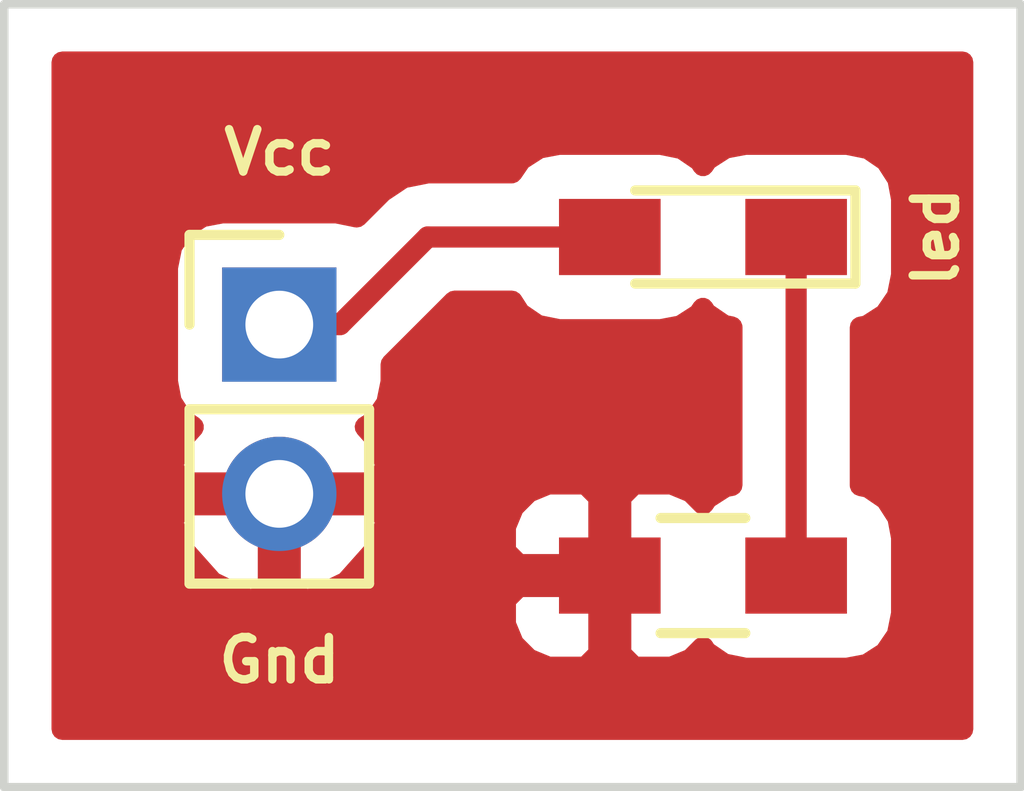
<source format=kicad_pcb>
(kicad_pcb (version 4) (host pcbnew 4.0.7-e2-6376~58~ubuntu16.04.1)

  (general
    (links 3)
    (no_connects 0)
    (area 154.699999 87.949999 166.800001 97.300001)
    (thickness 1.6)
    (drawings 6)
    (tracks 4)
    (zones 0)
    (modules 3)
    (nets 4)
  )

  (page A4)
  (layers
    (0 F.Cu signal)
    (31 B.Cu signal)
    (32 B.Adhes user)
    (33 F.Adhes user)
    (34 B.Paste user)
    (35 F.Paste user)
    (36 B.SilkS user)
    (37 F.SilkS user)
    (38 B.Mask user)
    (39 F.Mask user)
    (40 Dwgs.User user)
    (41 Cmts.User user)
    (42 Eco1.User user)
    (43 Eco2.User user)
    (44 Edge.Cuts user)
    (45 Margin user)
    (46 B.CrtYd user)
    (47 F.CrtYd user)
    (48 B.Fab user)
    (49 F.Fab user)
  )

  (setup
    (last_trace_width 0.25)
    (trace_clearance 0.2)
    (zone_clearance 0.508)
    (zone_45_only no)
    (trace_min 0.2)
    (segment_width 0.2)
    (edge_width 0.1)
    (via_size 0.6)
    (via_drill 0.4)
    (via_min_size 0.4)
    (via_min_drill 0.3)
    (uvia_size 0.3)
    (uvia_drill 0.1)
    (uvias_allowed no)
    (uvia_min_size 0.2)
    (uvia_min_drill 0.1)
    (pcb_text_width 0.3)
    (pcb_text_size 1.5 1.5)
    (mod_edge_width 0.15)
    (mod_text_size 1 1)
    (mod_text_width 0.15)
    (pad_size 1.5 1.5)
    (pad_drill 0.6)
    (pad_to_mask_clearance 0)
    (aux_axis_origin 0 0)
    (visible_elements FFFFFF7F)
    (pcbplotparams
      (layerselection 0x00030_80000001)
      (usegerberextensions false)
      (excludeedgelayer true)
      (linewidth 0.100000)
      (plotframeref false)
      (viasonmask false)
      (mode 1)
      (useauxorigin false)
      (hpglpennumber 1)
      (hpglpenspeed 20)
      (hpglpendiameter 15)
      (hpglpenoverlay 2)
      (psnegative false)
      (psa4output false)
      (plotreference true)
      (plotvalue true)
      (plotinvisibletext false)
      (padsonsilk false)
      (subtractmaskfromsilk false)
      (outputformat 1)
      (mirror false)
      (drillshape 1)
      (scaleselection 1)
      (outputdirectory ""))
  )

  (net 0 "")
  (net 1 "Net-(D1-Pad1)")
  (net 2 VCC)
  (net 3 GND)

  (net_class Default "This is the default net class."
    (clearance 0.2)
    (trace_width 0.25)
    (via_dia 0.6)
    (via_drill 0.4)
    (uvia_dia 0.3)
    (uvia_drill 0.1)
    (add_net GND)
    (add_net "Net-(D1-Pad1)")
    (add_net VCC)
  )

  (module LEDs:LED_0603_HandSoldering (layer F.Cu) (tedit 59FF17AD) (tstamp 59FF252A)
    (at 163 90.75 180)
    (descr "LED SMD 0603, hand soldering")
    (tags "LED 0603")
    (path /59FF13BA)
    (attr smd)
    (fp_text reference led (at -2.75 0 270) (layer F.SilkS)
      (effects (font (size 0.5 0.5) (thickness 0.1)))
    )
    (fp_text value LED (at 0 1.55 270) (layer F.Fab) hide
      (effects (font (size 1 1) (thickness 0.15)))
    )
    (fp_line (start -1.8 -0.55) (end -1.8 0.55) (layer F.SilkS) (width 0.12))
    (fp_line (start -0.2 -0.2) (end -0.2 0.2) (layer F.Fab) (width 0.1))
    (fp_line (start -0.15 0) (end 0.15 -0.2) (layer F.Fab) (width 0.1))
    (fp_line (start 0.15 0.2) (end -0.15 0) (layer F.Fab) (width 0.1))
    (fp_line (start 0.15 -0.2) (end 0.15 0.2) (layer F.Fab) (width 0.1))
    (fp_line (start 0.8 0.4) (end -0.8 0.4) (layer F.Fab) (width 0.1))
    (fp_line (start 0.8 -0.4) (end 0.8 0.4) (layer F.Fab) (width 0.1))
    (fp_line (start -0.8 -0.4) (end 0.8 -0.4) (layer F.Fab) (width 0.1))
    (fp_line (start -1.8 0.55) (end 0.8 0.55) (layer F.SilkS) (width 0.12))
    (fp_line (start -1.8 -0.55) (end 0.8 -0.55) (layer F.SilkS) (width 0.12))
    (fp_line (start -1.96 -0.7) (end 1.95 -0.7) (layer F.CrtYd) (width 0.05))
    (fp_line (start -1.96 -0.7) (end -1.96 0.7) (layer F.CrtYd) (width 0.05))
    (fp_line (start 1.95 0.7) (end 1.95 -0.7) (layer F.CrtYd) (width 0.05))
    (fp_line (start 1.95 0.7) (end -1.96 0.7) (layer F.CrtYd) (width 0.05))
    (fp_line (start -0.8 -0.4) (end -0.8 0.4) (layer F.Fab) (width 0.1))
    (pad 1 smd rect (at -1.1 0 180) (size 1.2 0.9) (layers F.Cu F.Paste F.Mask)
      (net 1 "Net-(D1-Pad1)"))
    (pad 2 smd rect (at 1.1 0 180) (size 1.2 0.9) (layers F.Cu F.Paste F.Mask)
      (net 2 VCC))
    (model ${KISYS3DMOD}/LEDs.3dshapes/LED_0603.wrl
      (at (xyz 0 0 0))
      (scale (xyz 1 1 1))
      (rotate (xyz 0 0 180))
    )
  )

  (module Pin_Headers:Pin_Header_Straight_1x02_Pitch2.00mm (layer F.Cu) (tedit 59FF17CB) (tstamp 59FF2530)
    (at 157.997619 91.785)
    (descr "Through hole straight pin header, 1x02, 2.00mm pitch, single row")
    (tags "Through hole pin header THT 1x02 2.00mm single row")
    (path /59FF1494)
    (fp_text reference J1 (at 0 -2.06) (layer F.SilkS) hide
      (effects (font (size 1 1) (thickness 0.15)))
    )
    (fp_text value Conn_01x02 (at 0 4.06) (layer F.Fab) hide
      (effects (font (size 1 1) (thickness 0.15)))
    )
    (fp_line (start -0.5 -1) (end 1 -1) (layer F.Fab) (width 0.1))
    (fp_line (start 1 -1) (end 1 3) (layer F.Fab) (width 0.1))
    (fp_line (start 1 3) (end -1 3) (layer F.Fab) (width 0.1))
    (fp_line (start -1 3) (end -1 -0.5) (layer F.Fab) (width 0.1))
    (fp_line (start -1 -0.5) (end -0.5 -1) (layer F.Fab) (width 0.1))
    (fp_line (start -1.06 3.06) (end 1.06 3.06) (layer F.SilkS) (width 0.12))
    (fp_line (start -1.06 1) (end -1.06 3.06) (layer F.SilkS) (width 0.12))
    (fp_line (start 1.06 1) (end 1.06 3.06) (layer F.SilkS) (width 0.12))
    (fp_line (start -1.06 1) (end 1.06 1) (layer F.SilkS) (width 0.12))
    (fp_line (start -1.06 0) (end -1.06 -1.06) (layer F.SilkS) (width 0.12))
    (fp_line (start -1.06 -1.06) (end 0 -1.06) (layer F.SilkS) (width 0.12))
    (fp_line (start -1.5 -1.5) (end -1.5 3.5) (layer F.CrtYd) (width 0.05))
    (fp_line (start -1.5 3.5) (end 1.5 3.5) (layer F.CrtYd) (width 0.05))
    (fp_line (start 1.5 3.5) (end 1.5 -1.5) (layer F.CrtYd) (width 0.05))
    (fp_line (start 1.5 -1.5) (end -1.5 -1.5) (layer F.CrtYd) (width 0.05))
    (fp_text user %R (at 0 1 90) (layer F.Fab) hide
      (effects (font (size 1 1) (thickness 0.15)))
    )
    (pad 1 thru_hole rect (at 0 0) (size 1.35 1.35) (drill 0.8) (layers *.Cu *.Mask)
      (net 2 VCC))
    (pad 2 thru_hole oval (at 0 2) (size 1.35 1.35) (drill 0.8) (layers *.Cu *.Mask)
      (net 3 GND))
    (model ${KISYS3DMOD}/Pin_Headers.3dshapes/Pin_Header_Straight_1x02_Pitch2.00mm.wrl
      (at (xyz 0 0 0))
      (scale (xyz 1 1 1))
      (rotate (xyz 0 0 0))
    )
  )

  (module Resistors_SMD:R_0603_HandSoldering (layer F.Cu) (tedit 59FF17B3) (tstamp 59FF2541)
    (at 163 94.75 180)
    (descr "Resistor SMD 0603, hand soldering")
    (tags "resistor 0603")
    (path /59FF1465)
    (attr smd)
    (fp_text reference R1 (at 0 -1.45 180) (layer F.SilkS) hide
      (effects (font (size 1 1) (thickness 0.15)))
    )
    (fp_text value R (at 0 1.55 180) (layer F.Fab) hide
      (effects (font (size 1 1) (thickness 0.15)))
    )
    (fp_text user %R (at 0 0 180) (layer F.Fab)
      (effects (font (size 0.4 0.4) (thickness 0.075)))
    )
    (fp_line (start -0.8 0.4) (end -0.8 -0.4) (layer F.Fab) (width 0.1))
    (fp_line (start 0.8 0.4) (end -0.8 0.4) (layer F.Fab) (width 0.1))
    (fp_line (start 0.8 -0.4) (end 0.8 0.4) (layer F.Fab) (width 0.1))
    (fp_line (start -0.8 -0.4) (end 0.8 -0.4) (layer F.Fab) (width 0.1))
    (fp_line (start 0.5 0.68) (end -0.5 0.68) (layer F.SilkS) (width 0.12))
    (fp_line (start -0.5 -0.68) (end 0.5 -0.68) (layer F.SilkS) (width 0.12))
    (fp_line (start -1.96 -0.7) (end 1.95 -0.7) (layer F.CrtYd) (width 0.05))
    (fp_line (start -1.96 -0.7) (end -1.96 0.7) (layer F.CrtYd) (width 0.05))
    (fp_line (start 1.95 0.7) (end 1.95 -0.7) (layer F.CrtYd) (width 0.05))
    (fp_line (start 1.95 0.7) (end -1.96 0.7) (layer F.CrtYd) (width 0.05))
    (pad 1 smd rect (at -1.1 0 180) (size 1.2 0.9) (layers F.Cu F.Paste F.Mask)
      (net 1 "Net-(D1-Pad1)"))
    (pad 2 smd rect (at 1.1 0 180) (size 1.2 0.9) (layers F.Cu F.Paste F.Mask)
      (net 3 GND))
    (model ${KISYS3DMOD}/Resistors_SMD.3dshapes/R_0603.wrl
      (at (xyz 0 0 0))
      (scale (xyz 1 1 1))
      (rotate (xyz 0 0 0))
    )
  )

  (gr_text Gnd (at 158 95.75) (layer F.SilkS)
    (effects (font (size 0.5 0.5) (thickness 0.1)))
  )
  (gr_text Vcc (at 158 89.75) (layer F.SilkS)
    (effects (font (size 0.5 0.5) (thickness 0.1)))
  )
  (gr_line (start 166.75 88) (end 154.75 88) (angle 90) (layer Edge.Cuts) (width 0.1))
  (gr_line (start 166.75 97.25) (end 166.75 88) (angle 90) (layer Edge.Cuts) (width 0.1))
  (gr_line (start 154.75 97.25) (end 166.75 97.25) (angle 90) (layer Edge.Cuts) (width 0.1))
  (gr_line (start 154.75 88) (end 154.75 97.25) (angle 90) (layer Edge.Cuts) (width 0.1))

  (segment (start 164.1 94.75) (end 164.1 90.75) (width 0.25) (layer F.Cu) (net 1))
  (segment (start 157.997619 91.785) (end 158.715 91.785) (width 0.25) (layer F.Cu) (net 2) (status 400000))
  (segment (start 159.75 90.75) (end 161.9 90.75) (width 0.25) (layer F.Cu) (net 2) (tstamp 59FF380F) (status 800000))
  (segment (start 158.715 91.785) (end 159.75 90.75) (width 0.25) (layer F.Cu) (net 2) (tstamp 59FF380E))

  (zone (net 3) (net_name GND) (layer F.Cu) (tstamp 59FF3731) (hatch edge 0.508)
    (connect_pads (clearance 0.508))
    (min_thickness 0.254)
    (fill yes (arc_segments 16) (thermal_gap 0.508) (thermal_bridge_width 0.508))
    (polygon
      (pts
        (xy 166.5 97) (xy 155 97.25) (xy 155 88.25) (xy 166.5 88.25)
      )
    )
    (filled_polygon
      (pts
        (xy 166.065 96.565) (xy 155.435 96.565) (xy 155.435 94.1144) (xy 156.729709 94.1144) (xy 156.868141 94.448633)
        (xy 157.208079 94.830349) (xy 157.668217 95.05292) (xy 157.870619 94.93009) (xy 157.870619 93.912) (xy 158.124619 93.912)
        (xy 158.124619 94.93009) (xy 158.327021 95.05292) (xy 158.362517 95.03575) (xy 160.665 95.03575) (xy 160.665 95.32631)
        (xy 160.761673 95.559699) (xy 160.940302 95.738327) (xy 161.173691 95.835) (xy 161.61425 95.835) (xy 161.773 95.67625)
        (xy 161.773 94.877) (xy 160.82375 94.877) (xy 160.665 95.03575) (xy 158.362517 95.03575) (xy 158.787159 94.830349)
        (xy 159.127097 94.448633) (xy 159.240972 94.17369) (xy 160.665 94.17369) (xy 160.665 94.46425) (xy 160.82375 94.623)
        (xy 161.773 94.623) (xy 161.773 93.82375) (xy 161.61425 93.665) (xy 161.173691 93.665) (xy 160.940302 93.761673)
        (xy 160.761673 93.940301) (xy 160.665 94.17369) (xy 159.240972 94.17369) (xy 159.265529 94.1144) (xy 159.141843 93.912)
        (xy 158.124619 93.912) (xy 157.870619 93.912) (xy 156.853395 93.912) (xy 156.729709 94.1144) (xy 155.435 94.1144)
        (xy 155.435 91.11) (xy 156.675179 91.11) (xy 156.675179 92.46) (xy 156.719457 92.695317) (xy 156.858529 92.911441)
        (xy 156.980732 92.994939) (xy 156.868141 93.121367) (xy 156.729709 93.4556) (xy 156.853395 93.658) (xy 157.870619 93.658)
        (xy 157.870619 93.638) (xy 158.124619 93.638) (xy 158.124619 93.658) (xy 159.141843 93.658) (xy 159.265529 93.4556)
        (xy 159.127097 93.121367) (xy 159.014306 92.994715) (xy 159.12406 92.92409) (xy 159.26905 92.71189) (xy 159.320059 92.46)
        (xy 159.320059 92.254743) (xy 160.064802 91.51) (xy 160.744895 91.51) (xy 160.83591 91.651441) (xy 161.04811 91.796431)
        (xy 161.3 91.84744) (xy 162.5 91.84744) (xy 162.735317 91.803162) (xy 162.951441 91.66409) (xy 162.999134 91.594289)
        (xy 163.03591 91.651441) (xy 163.24811 91.796431) (xy 163.34 91.815039) (xy 163.34 93.682666) (xy 163.264683 93.696838)
        (xy 163.048559 93.83591) (xy 163.002031 93.904006) (xy 162.859698 93.761673) (xy 162.626309 93.665) (xy 162.18575 93.665)
        (xy 162.027 93.82375) (xy 162.027 94.623) (xy 162.047 94.623) (xy 162.047 94.877) (xy 162.027 94.877)
        (xy 162.027 95.67625) (xy 162.18575 95.835) (xy 162.626309 95.835) (xy 162.859698 95.738327) (xy 163.000936 95.59709)
        (xy 163.03591 95.651441) (xy 163.24811 95.796431) (xy 163.5 95.84744) (xy 164.7 95.84744) (xy 164.935317 95.803162)
        (xy 165.151441 95.66409) (xy 165.296431 95.45189) (xy 165.34744 95.2) (xy 165.34744 94.3) (xy 165.303162 94.064683)
        (xy 165.16409 93.848559) (xy 164.95189 93.703569) (xy 164.86 93.684961) (xy 164.86 91.817334) (xy 164.935317 91.803162)
        (xy 165.151441 91.66409) (xy 165.296431 91.45189) (xy 165.34744 91.2) (xy 165.34744 90.3) (xy 165.303162 90.064683)
        (xy 165.16409 89.848559) (xy 164.95189 89.703569) (xy 164.7 89.65256) (xy 163.5 89.65256) (xy 163.264683 89.696838)
        (xy 163.048559 89.83591) (xy 163.000866 89.905711) (xy 162.96409 89.848559) (xy 162.75189 89.703569) (xy 162.5 89.65256)
        (xy 161.3 89.65256) (xy 161.064683 89.696838) (xy 160.848559 89.83591) (xy 160.743274 89.99) (xy 159.75 89.99)
        (xy 159.459161 90.047852) (xy 159.212599 90.212599) (xy 158.913798 90.5114) (xy 158.672619 90.46256) (xy 157.322619 90.46256)
        (xy 157.087302 90.506838) (xy 156.871178 90.64591) (xy 156.726188 90.85811) (xy 156.675179 91.11) (xy 155.435 91.11)
        (xy 155.435 88.685) (xy 166.065 88.685)
      )
    )
  )
)

</source>
